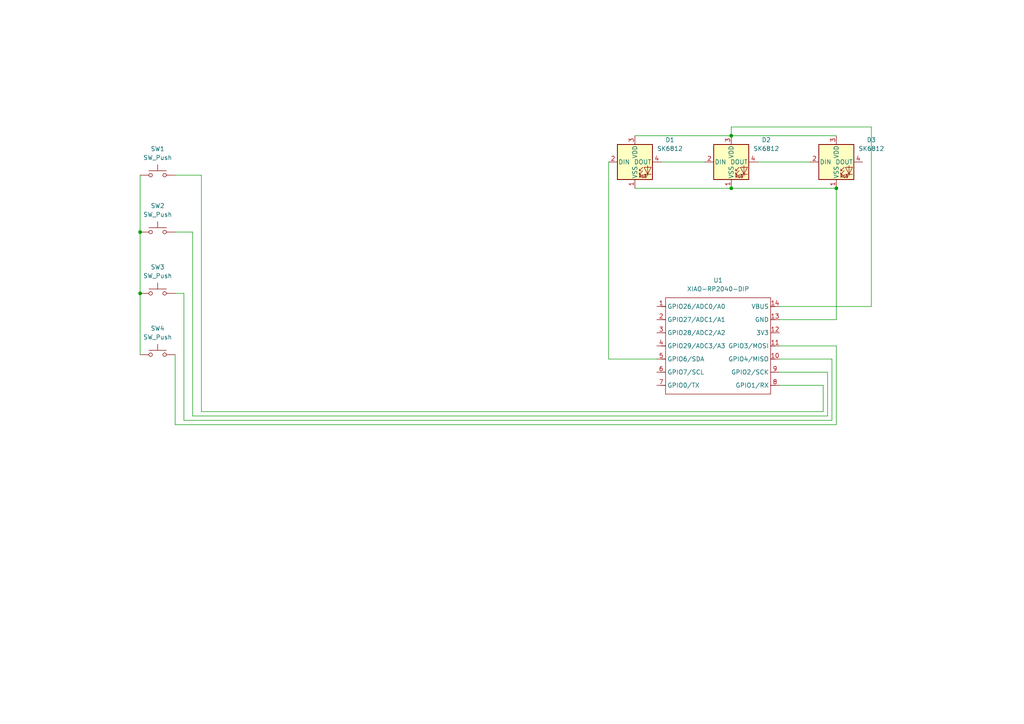
<source format=kicad_sch>
(kicad_sch
	(version 20250114)
	(generator "eeschema")
	(generator_version "9.0")
	(uuid "6be35190-8af3-464b-b098-1f060edcd2ee")
	(paper "A4")
	(lib_symbols
		(symbol "LED:SK6812"
			(pin_names
				(offset 0.254)
			)
			(exclude_from_sim no)
			(in_bom yes)
			(on_board yes)
			(property "Reference" "D"
				(at 5.08 5.715 0)
				(effects
					(font
						(size 1.27 1.27)
					)
					(justify right bottom)
				)
			)
			(property "Value" "SK6812"
				(at 1.27 -5.715 0)
				(effects
					(font
						(size 1.27 1.27)
					)
					(justify left top)
				)
			)
			(property "Footprint" "LED_SMD:LED_SK6812_PLCC4_5.0x5.0mm_P3.2mm"
				(at 1.27 -7.62 0)
				(effects
					(font
						(size 1.27 1.27)
					)
					(justify left top)
					(hide yes)
				)
			)
			(property "Datasheet" "https://cdn-shop.adafruit.com/product-files/1138/SK6812+LED+datasheet+.pdf"
				(at 2.54 -9.525 0)
				(effects
					(font
						(size 1.27 1.27)
					)
					(justify left top)
					(hide yes)
				)
			)
			(property "Description" "RGB LED with integrated controller"
				(at 0 0 0)
				(effects
					(font
						(size 1.27 1.27)
					)
					(hide yes)
				)
			)
			(property "ki_keywords" "RGB LED NeoPixel addressable"
				(at 0 0 0)
				(effects
					(font
						(size 1.27 1.27)
					)
					(hide yes)
				)
			)
			(property "ki_fp_filters" "LED*SK6812*PLCC*5.0x5.0mm*P3.2mm*"
				(at 0 0 0)
				(effects
					(font
						(size 1.27 1.27)
					)
					(hide yes)
				)
			)
			(symbol "SK6812_0_0"
				(text "RGB"
					(at 2.286 -4.191 0)
					(effects
						(font
							(size 0.762 0.762)
						)
					)
				)
			)
			(symbol "SK6812_0_1"
				(polyline
					(pts
						(xy 1.27 -2.54) (xy 1.778 -2.54)
					)
					(stroke
						(width 0)
						(type default)
					)
					(fill
						(type none)
					)
				)
				(polyline
					(pts
						(xy 1.27 -3.556) (xy 1.778 -3.556)
					)
					(stroke
						(width 0)
						(type default)
					)
					(fill
						(type none)
					)
				)
				(polyline
					(pts
						(xy 2.286 -1.524) (xy 1.27 -2.54) (xy 1.27 -2.032)
					)
					(stroke
						(width 0)
						(type default)
					)
					(fill
						(type none)
					)
				)
				(polyline
					(pts
						(xy 2.286 -2.54) (xy 1.27 -3.556) (xy 1.27 -3.048)
					)
					(stroke
						(width 0)
						(type default)
					)
					(fill
						(type none)
					)
				)
				(polyline
					(pts
						(xy 3.683 -1.016) (xy 3.683 -3.556) (xy 3.683 -4.064)
					)
					(stroke
						(width 0)
						(type default)
					)
					(fill
						(type none)
					)
				)
				(polyline
					(pts
						(xy 4.699 -1.524) (xy 2.667 -1.524) (xy 3.683 -3.556) (xy 4.699 -1.524)
					)
					(stroke
						(width 0)
						(type default)
					)
					(fill
						(type none)
					)
				)
				(polyline
					(pts
						(xy 4.699 -3.556) (xy 2.667 -3.556)
					)
					(stroke
						(width 0)
						(type default)
					)
					(fill
						(type none)
					)
				)
				(rectangle
					(start 5.08 5.08)
					(end -5.08 -5.08)
					(stroke
						(width 0.254)
						(type default)
					)
					(fill
						(type background)
					)
				)
			)
			(symbol "SK6812_1_1"
				(pin input line
					(at -7.62 0 0)
					(length 2.54)
					(name "DIN"
						(effects
							(font
								(size 1.27 1.27)
							)
						)
					)
					(number "2"
						(effects
							(font
								(size 1.27 1.27)
							)
						)
					)
				)
				(pin power_in line
					(at 0 7.62 270)
					(length 2.54)
					(name "VDD"
						(effects
							(font
								(size 1.27 1.27)
							)
						)
					)
					(number "3"
						(effects
							(font
								(size 1.27 1.27)
							)
						)
					)
				)
				(pin power_in line
					(at 0 -7.62 90)
					(length 2.54)
					(name "VSS"
						(effects
							(font
								(size 1.27 1.27)
							)
						)
					)
					(number "1"
						(effects
							(font
								(size 1.27 1.27)
							)
						)
					)
				)
				(pin output line
					(at 7.62 0 180)
					(length 2.54)
					(name "DOUT"
						(effects
							(font
								(size 1.27 1.27)
							)
						)
					)
					(number "4"
						(effects
							(font
								(size 1.27 1.27)
							)
						)
					)
				)
			)
			(embedded_fonts no)
		)
		(symbol "Seeed Studio XIAO:XIAO-RP2040-DIP"
			(exclude_from_sim no)
			(in_bom yes)
			(on_board yes)
			(property "Reference" "U"
				(at 0 0 0)
				(effects
					(font
						(size 1.27 1.27)
					)
				)
			)
			(property "Value" "XIAO-RP2040-DIP"
				(at 5.334 -1.778 0)
				(effects
					(font
						(size 1.27 1.27)
					)
				)
			)
			(property "Footprint" "Module:MOUDLE14P-XIAO-DIP-SMD"
				(at 14.478 -32.258 0)
				(effects
					(font
						(size 1.27 1.27)
					)
					(hide yes)
				)
			)
			(property "Datasheet" ""
				(at 0 0 0)
				(effects
					(font
						(size 1.27 1.27)
					)
					(hide yes)
				)
			)
			(property "Description" ""
				(at 0 0 0)
				(effects
					(font
						(size 1.27 1.27)
					)
					(hide yes)
				)
			)
			(symbol "XIAO-RP2040-DIP_1_0"
				(polyline
					(pts
						(xy -1.27 -2.54) (xy 29.21 -2.54)
					)
					(stroke
						(width 0.1524)
						(type solid)
					)
					(fill
						(type none)
					)
				)
				(polyline
					(pts
						(xy -1.27 -5.08) (xy -2.54 -5.08)
					)
					(stroke
						(width 0.1524)
						(type solid)
					)
					(fill
						(type none)
					)
				)
				(polyline
					(pts
						(xy -1.27 -5.08) (xy -1.27 -2.54)
					)
					(stroke
						(width 0.1524)
						(type solid)
					)
					(fill
						(type none)
					)
				)
				(polyline
					(pts
						(xy -1.27 -8.89) (xy -2.54 -8.89)
					)
					(stroke
						(width 0.1524)
						(type solid)
					)
					(fill
						(type none)
					)
				)
				(polyline
					(pts
						(xy -1.27 -8.89) (xy -1.27 -5.08)
					)
					(stroke
						(width 0.1524)
						(type solid)
					)
					(fill
						(type none)
					)
				)
				(polyline
					(pts
						(xy -1.27 -12.7) (xy -2.54 -12.7)
					)
					(stroke
						(width 0.1524)
						(type solid)
					)
					(fill
						(type none)
					)
				)
				(polyline
					(pts
						(xy -1.27 -12.7) (xy -1.27 -8.89)
					)
					(stroke
						(width 0.1524)
						(type solid)
					)
					(fill
						(type none)
					)
				)
				(polyline
					(pts
						(xy -1.27 -16.51) (xy -2.54 -16.51)
					)
					(stroke
						(width 0.1524)
						(type solid)
					)
					(fill
						(type none)
					)
				)
				(polyline
					(pts
						(xy -1.27 -16.51) (xy -1.27 -12.7)
					)
					(stroke
						(width 0.1524)
						(type solid)
					)
					(fill
						(type none)
					)
				)
				(polyline
					(pts
						(xy -1.27 -20.32) (xy -2.54 -20.32)
					)
					(stroke
						(width 0.1524)
						(type solid)
					)
					(fill
						(type none)
					)
				)
				(polyline
					(pts
						(xy -1.27 -24.13) (xy -2.54 -24.13)
					)
					(stroke
						(width 0.1524)
						(type solid)
					)
					(fill
						(type none)
					)
				)
				(polyline
					(pts
						(xy -1.27 -27.94) (xy -2.54 -27.94)
					)
					(stroke
						(width 0.1524)
						(type solid)
					)
					(fill
						(type none)
					)
				)
				(polyline
					(pts
						(xy -1.27 -30.48) (xy -1.27 -16.51)
					)
					(stroke
						(width 0.1524)
						(type solid)
					)
					(fill
						(type none)
					)
				)
				(polyline
					(pts
						(xy 29.21 -2.54) (xy 29.21 -5.08)
					)
					(stroke
						(width 0.1524)
						(type solid)
					)
					(fill
						(type none)
					)
				)
				(polyline
					(pts
						(xy 29.21 -5.08) (xy 29.21 -8.89)
					)
					(stroke
						(width 0.1524)
						(type solid)
					)
					(fill
						(type none)
					)
				)
				(polyline
					(pts
						(xy 29.21 -8.89) (xy 29.21 -12.7)
					)
					(stroke
						(width 0.1524)
						(type solid)
					)
					(fill
						(type none)
					)
				)
				(polyline
					(pts
						(xy 29.21 -12.7) (xy 29.21 -30.48)
					)
					(stroke
						(width 0.1524)
						(type solid)
					)
					(fill
						(type none)
					)
				)
				(polyline
					(pts
						(xy 29.21 -30.48) (xy -1.27 -30.48)
					)
					(stroke
						(width 0.1524)
						(type solid)
					)
					(fill
						(type none)
					)
				)
				(polyline
					(pts
						(xy 30.48 -5.08) (xy 29.21 -5.08)
					)
					(stroke
						(width 0.1524)
						(type solid)
					)
					(fill
						(type none)
					)
				)
				(polyline
					(pts
						(xy 30.48 -8.89) (xy 29.21 -8.89)
					)
					(stroke
						(width 0.1524)
						(type solid)
					)
					(fill
						(type none)
					)
				)
				(polyline
					(pts
						(xy 30.48 -12.7) (xy 29.21 -12.7)
					)
					(stroke
						(width 0.1524)
						(type solid)
					)
					(fill
						(type none)
					)
				)
				(polyline
					(pts
						(xy 30.48 -16.51) (xy 29.21 -16.51)
					)
					(stroke
						(width 0.1524)
						(type solid)
					)
					(fill
						(type none)
					)
				)
				(polyline
					(pts
						(xy 30.48 -20.32) (xy 29.21 -20.32)
					)
					(stroke
						(width 0.1524)
						(type solid)
					)
					(fill
						(type none)
					)
				)
				(polyline
					(pts
						(xy 30.48 -24.13) (xy 29.21 -24.13)
					)
					(stroke
						(width 0.1524)
						(type solid)
					)
					(fill
						(type none)
					)
				)
				(polyline
					(pts
						(xy 30.48 -27.94) (xy 29.21 -27.94)
					)
					(stroke
						(width 0.1524)
						(type solid)
					)
					(fill
						(type none)
					)
				)
				(pin passive line
					(at -3.81 -5.08 0)
					(length 2.54)
					(name "GPIO26/ADC0/A0"
						(effects
							(font
								(size 1.27 1.27)
							)
						)
					)
					(number "1"
						(effects
							(font
								(size 1.27 1.27)
							)
						)
					)
				)
				(pin passive line
					(at -3.81 -8.89 0)
					(length 2.54)
					(name "GPIO27/ADC1/A1"
						(effects
							(font
								(size 1.27 1.27)
							)
						)
					)
					(number "2"
						(effects
							(font
								(size 1.27 1.27)
							)
						)
					)
				)
				(pin passive line
					(at -3.81 -12.7 0)
					(length 2.54)
					(name "GPIO28/ADC2/A2"
						(effects
							(font
								(size 1.27 1.27)
							)
						)
					)
					(number "3"
						(effects
							(font
								(size 1.27 1.27)
							)
						)
					)
				)
				(pin passive line
					(at -3.81 -16.51 0)
					(length 2.54)
					(name "GPIO29/ADC3/A3"
						(effects
							(font
								(size 1.27 1.27)
							)
						)
					)
					(number "4"
						(effects
							(font
								(size 1.27 1.27)
							)
						)
					)
				)
				(pin passive line
					(at -3.81 -20.32 0)
					(length 2.54)
					(name "GPIO6/SDA"
						(effects
							(font
								(size 1.27 1.27)
							)
						)
					)
					(number "5"
						(effects
							(font
								(size 1.27 1.27)
							)
						)
					)
				)
				(pin passive line
					(at -3.81 -24.13 0)
					(length 2.54)
					(name "GPIO7/SCL"
						(effects
							(font
								(size 1.27 1.27)
							)
						)
					)
					(number "6"
						(effects
							(font
								(size 1.27 1.27)
							)
						)
					)
				)
				(pin passive line
					(at -3.81 -27.94 0)
					(length 2.54)
					(name "GPIO0/TX"
						(effects
							(font
								(size 1.27 1.27)
							)
						)
					)
					(number "7"
						(effects
							(font
								(size 1.27 1.27)
							)
						)
					)
				)
				(pin passive line
					(at 31.75 -5.08 180)
					(length 2.54)
					(name "VBUS"
						(effects
							(font
								(size 1.27 1.27)
							)
						)
					)
					(number "14"
						(effects
							(font
								(size 1.27 1.27)
							)
						)
					)
				)
				(pin passive line
					(at 31.75 -8.89 180)
					(length 2.54)
					(name "GND"
						(effects
							(font
								(size 1.27 1.27)
							)
						)
					)
					(number "13"
						(effects
							(font
								(size 1.27 1.27)
							)
						)
					)
				)
				(pin passive line
					(at 31.75 -12.7 180)
					(length 2.54)
					(name "3V3"
						(effects
							(font
								(size 1.27 1.27)
							)
						)
					)
					(number "12"
						(effects
							(font
								(size 1.27 1.27)
							)
						)
					)
				)
				(pin passive line
					(at 31.75 -16.51 180)
					(length 2.54)
					(name "GPIO3/MOSI"
						(effects
							(font
								(size 1.27 1.27)
							)
						)
					)
					(number "11"
						(effects
							(font
								(size 1.27 1.27)
							)
						)
					)
				)
				(pin passive line
					(at 31.75 -20.32 180)
					(length 2.54)
					(name "GPIO4/MISO"
						(effects
							(font
								(size 1.27 1.27)
							)
						)
					)
					(number "10"
						(effects
							(font
								(size 1.27 1.27)
							)
						)
					)
				)
				(pin passive line
					(at 31.75 -24.13 180)
					(length 2.54)
					(name "GPIO2/SCK"
						(effects
							(font
								(size 1.27 1.27)
							)
						)
					)
					(number "9"
						(effects
							(font
								(size 1.27 1.27)
							)
						)
					)
				)
				(pin passive line
					(at 31.75 -27.94 180)
					(length 2.54)
					(name "GPIO1/RX"
						(effects
							(font
								(size 1.27 1.27)
							)
						)
					)
					(number "8"
						(effects
							(font
								(size 1.27 1.27)
							)
						)
					)
				)
			)
			(embedded_fonts no)
		)
		(symbol "Switch:SW_Push"
			(pin_numbers
				(hide yes)
			)
			(pin_names
				(offset 1.016)
				(hide yes)
			)
			(exclude_from_sim no)
			(in_bom yes)
			(on_board yes)
			(property "Reference" "SW"
				(at 1.27 2.54 0)
				(effects
					(font
						(size 1.27 1.27)
					)
					(justify left)
				)
			)
			(property "Value" "SW_Push"
				(at 0 -1.524 0)
				(effects
					(font
						(size 1.27 1.27)
					)
				)
			)
			(property "Footprint" ""
				(at 0 5.08 0)
				(effects
					(font
						(size 1.27 1.27)
					)
					(hide yes)
				)
			)
			(property "Datasheet" "~"
				(at 0 5.08 0)
				(effects
					(font
						(size 1.27 1.27)
					)
					(hide yes)
				)
			)
			(property "Description" "Push button switch, generic, two pins"
				(at 0 0 0)
				(effects
					(font
						(size 1.27 1.27)
					)
					(hide yes)
				)
			)
			(property "ki_keywords" "switch normally-open pushbutton push-button"
				(at 0 0 0)
				(effects
					(font
						(size 1.27 1.27)
					)
					(hide yes)
				)
			)
			(symbol "SW_Push_0_1"
				(circle
					(center -2.032 0)
					(radius 0.508)
					(stroke
						(width 0)
						(type default)
					)
					(fill
						(type none)
					)
				)
				(polyline
					(pts
						(xy 0 1.27) (xy 0 3.048)
					)
					(stroke
						(width 0)
						(type default)
					)
					(fill
						(type none)
					)
				)
				(circle
					(center 2.032 0)
					(radius 0.508)
					(stroke
						(width 0)
						(type default)
					)
					(fill
						(type none)
					)
				)
				(polyline
					(pts
						(xy 2.54 1.27) (xy -2.54 1.27)
					)
					(stroke
						(width 0)
						(type default)
					)
					(fill
						(type none)
					)
				)
				(pin passive line
					(at -5.08 0 0)
					(length 2.54)
					(name "1"
						(effects
							(font
								(size 1.27 1.27)
							)
						)
					)
					(number "1"
						(effects
							(font
								(size 1.27 1.27)
							)
						)
					)
				)
				(pin passive line
					(at 5.08 0 180)
					(length 2.54)
					(name "2"
						(effects
							(font
								(size 1.27 1.27)
							)
						)
					)
					(number "2"
						(effects
							(font
								(size 1.27 1.27)
							)
						)
					)
				)
			)
			(embedded_fonts no)
		)
	)
	(junction
		(at 242.57 54.61)
		(diameter 0)
		(color 0 0 0 0)
		(uuid "50dd2e59-0d32-4039-8d92-1f1f7d040616")
	)
	(junction
		(at 40.64 85.09)
		(diameter 0)
		(color 0 0 0 0)
		(uuid "52d94f34-7e48-4c31-9ca5-d075c7948ea1")
	)
	(junction
		(at 40.64 67.31)
		(diameter 0)
		(color 0 0 0 0)
		(uuid "7d977ae0-4d55-447f-bb93-8356a4b5f5e3")
	)
	(junction
		(at 212.09 39.37)
		(diameter 0)
		(color 0 0 0 0)
		(uuid "b9c469a0-d08b-4735-9f67-1e1ebdb486d0")
	)
	(junction
		(at 212.09 54.61)
		(diameter 0)
		(color 0 0 0 0)
		(uuid "eccbea9c-2bc7-40d9-845f-b6d3cf6fa610")
	)
	(wire
		(pts
			(xy 40.64 50.8) (xy 40.64 67.31)
		)
		(stroke
			(width 0)
			(type default)
		)
		(uuid "02f7b181-cbcd-4a2b-bf01-c96447ff3564")
	)
	(wire
		(pts
			(xy 50.8 67.31) (xy 55.88 67.31)
		)
		(stroke
			(width 0)
			(type default)
		)
		(uuid "030218dd-20f4-4944-b631-c5071e08d64d")
	)
	(wire
		(pts
			(xy 55.88 120.65) (xy 240.03 120.65)
		)
		(stroke
			(width 0)
			(type default)
		)
		(uuid "08c283e4-b65a-40a8-8392-8c43736bff11")
	)
	(wire
		(pts
			(xy 50.8 85.09) (xy 53.34 85.09)
		)
		(stroke
			(width 0)
			(type default)
		)
		(uuid "13ce581a-cf5f-4098-9f17-c6ef5c7b0f8a")
	)
	(wire
		(pts
			(xy 252.73 88.9) (xy 226.06 88.9)
		)
		(stroke
			(width 0)
			(type default)
		)
		(uuid "17b5cfae-2808-4e42-a814-125eaabc8c3d")
	)
	(wire
		(pts
			(xy 212.09 39.37) (xy 212.09 36.83)
		)
		(stroke
			(width 0)
			(type default)
		)
		(uuid "20c267f1-aa01-4a87-8c85-b0c52808bda9")
	)
	(wire
		(pts
			(xy 40.64 85.09) (xy 40.64 102.87)
		)
		(stroke
			(width 0)
			(type default)
		)
		(uuid "2df01c73-939a-4493-834f-7d31606d4b67")
	)
	(wire
		(pts
			(xy 53.34 121.92) (xy 241.3 121.92)
		)
		(stroke
			(width 0)
			(type default)
		)
		(uuid "2e8984b0-0698-404b-b4cc-2e9a7f882141")
	)
	(wire
		(pts
			(xy 50.8 102.87) (xy 50.8 123.19)
		)
		(stroke
			(width 0)
			(type default)
		)
		(uuid "30f7a628-039f-41ff-8ac8-fda9a92e42c9")
	)
	(wire
		(pts
			(xy 252.73 36.83) (xy 252.73 88.9)
		)
		(stroke
			(width 0)
			(type default)
		)
		(uuid "365281cb-ee1b-44d3-b7d7-4bda5dcfb4f1")
	)
	(wire
		(pts
			(xy 50.8 123.19) (xy 242.57 123.19)
		)
		(stroke
			(width 0)
			(type default)
		)
		(uuid "3d374d2a-6db0-4900-b512-ce447fcac0ce")
	)
	(wire
		(pts
			(xy 55.88 67.31) (xy 55.88 120.65)
		)
		(stroke
			(width 0)
			(type default)
		)
		(uuid "44da3dbd-bce3-4ef2-9181-db0be731132b")
	)
	(wire
		(pts
			(xy 238.76 119.38) (xy 238.76 111.76)
		)
		(stroke
			(width 0)
			(type default)
		)
		(uuid "48953f24-9cf7-430d-ad4a-60cb8f16e1ae")
	)
	(wire
		(pts
			(xy 176.53 46.99) (xy 176.53 104.14)
		)
		(stroke
			(width 0)
			(type default)
		)
		(uuid "4b246c2f-b2f8-4e11-9a13-8de47505846e")
	)
	(wire
		(pts
			(xy 240.03 107.95) (xy 226.06 107.95)
		)
		(stroke
			(width 0)
			(type default)
		)
		(uuid "537b0b9d-7cf5-4b91-9bb6-a341688d4482")
	)
	(wire
		(pts
			(xy 53.34 85.09) (xy 53.34 121.92)
		)
		(stroke
			(width 0)
			(type default)
		)
		(uuid "57b66182-677d-4605-b8ce-47b6324ab948")
	)
	(wire
		(pts
			(xy 212.09 36.83) (xy 252.73 36.83)
		)
		(stroke
			(width 0)
			(type default)
		)
		(uuid "5bcb4d93-fdd9-477e-b595-071b5b0ad290")
	)
	(wire
		(pts
			(xy 58.42 50.8) (xy 58.42 119.38)
		)
		(stroke
			(width 0)
			(type default)
		)
		(uuid "5d4e3b97-c846-43d7-b519-f75eed95c843")
	)
	(wire
		(pts
			(xy 242.57 123.19) (xy 242.57 100.33)
		)
		(stroke
			(width 0)
			(type default)
		)
		(uuid "705bf33b-0943-43ef-8ee3-c7d5e140750d")
	)
	(wire
		(pts
			(xy 184.15 54.61) (xy 212.09 54.61)
		)
		(stroke
			(width 0)
			(type default)
		)
		(uuid "8bc41f82-f14c-49b6-9ab5-6a2dcf1daeba")
	)
	(wire
		(pts
			(xy 191.77 46.99) (xy 204.47 46.99)
		)
		(stroke
			(width 0)
			(type default)
		)
		(uuid "8bdf493f-b0be-474f-b479-c1942b046a70")
	)
	(wire
		(pts
			(xy 242.57 54.61) (xy 242.57 92.71)
		)
		(stroke
			(width 0)
			(type default)
		)
		(uuid "8d724d37-82cf-49ce-be8d-07f27bff0bc3")
	)
	(wire
		(pts
			(xy 50.8 50.8) (xy 58.42 50.8)
		)
		(stroke
			(width 0)
			(type default)
		)
		(uuid "986073a0-c8d7-4579-b52d-aea1c6522eb9")
	)
	(wire
		(pts
			(xy 176.53 104.14) (xy 190.5 104.14)
		)
		(stroke
			(width 0)
			(type default)
		)
		(uuid "989f14a3-72fe-4e87-8333-206de4966b6c")
	)
	(wire
		(pts
			(xy 242.57 100.33) (xy 226.06 100.33)
		)
		(stroke
			(width 0)
			(type default)
		)
		(uuid "a0c72e71-234b-4379-88a5-e405bfbc07d9")
	)
	(wire
		(pts
			(xy 40.64 67.31) (xy 40.64 85.09)
		)
		(stroke
			(width 0)
			(type default)
		)
		(uuid "aa7a66c3-02ed-41bf-9baa-a46c27646e9d")
	)
	(wire
		(pts
			(xy 241.3 121.92) (xy 241.3 104.14)
		)
		(stroke
			(width 0)
			(type default)
		)
		(uuid "ad016505-9c52-42d4-8024-cff3ab8baca6")
	)
	(wire
		(pts
			(xy 184.15 39.37) (xy 212.09 39.37)
		)
		(stroke
			(width 0)
			(type default)
		)
		(uuid "b650ccc3-2c62-4c96-97a8-ec8a0901fc07")
	)
	(wire
		(pts
			(xy 242.57 92.71) (xy 226.06 92.71)
		)
		(stroke
			(width 0)
			(type default)
		)
		(uuid "bcc15a3e-ee0e-4b10-9250-d66d0c572511")
	)
	(wire
		(pts
			(xy 226.06 104.14) (xy 241.3 104.14)
		)
		(stroke
			(width 0)
			(type default)
		)
		(uuid "bef0783f-c8c1-42e1-a23e-d7a94a9adf47")
	)
	(wire
		(pts
			(xy 58.42 119.38) (xy 238.76 119.38)
		)
		(stroke
			(width 0)
			(type default)
		)
		(uuid "bfaccaf4-0a77-4b0d-bacd-570b604747ce")
	)
	(wire
		(pts
			(xy 219.71 46.99) (xy 234.95 46.99)
		)
		(stroke
			(width 0)
			(type default)
		)
		(uuid "c578df22-9a52-471a-83a1-476ea31cc698")
	)
	(wire
		(pts
			(xy 238.76 111.76) (xy 226.06 111.76)
		)
		(stroke
			(width 0)
			(type default)
		)
		(uuid "c6afd45c-56c0-4083-8328-5b4111ab610c")
	)
	(wire
		(pts
			(xy 212.09 54.61) (xy 242.57 54.61)
		)
		(stroke
			(width 0)
			(type default)
		)
		(uuid "cc4d8c86-0f09-4339-9ed1-a9338e3d65bd")
	)
	(wire
		(pts
			(xy 240.03 120.65) (xy 240.03 107.95)
		)
		(stroke
			(width 0)
			(type default)
		)
		(uuid "cfadc0c7-2a5f-4a6e-8127-eef696a405d9")
	)
	(wire
		(pts
			(xy 212.09 39.37) (xy 242.57 39.37)
		)
		(stroke
			(width 0)
			(type default)
		)
		(uuid "e9e68b42-65b5-4e22-8e61-3b9c0f04e8a7")
	)
	(symbol
		(lib_id "Seeed Studio XIAO:XIAO-RP2040-DIP")
		(at 194.31 83.82 0)
		(unit 1)
		(exclude_from_sim no)
		(in_bom yes)
		(on_board yes)
		(dnp no)
		(fields_autoplaced yes)
		(uuid "0b56da83-491a-49a1-b4e8-4651e7a8105f")
		(property "Reference" "U1"
			(at 208.28 81.28 0)
			(effects
				(font
					(size 1.27 1.27)
				)
			)
		)
		(property "Value" "XIAO-RP2040-DIP"
			(at 208.28 83.82 0)
			(effects
				(font
					(size 1.27 1.27)
				)
			)
		)
		(property "Footprint" "Seeed Studio XIAO:XIAO-RP2040-DIP"
			(at 208.788 116.078 0)
			(effects
				(font
					(size 1.27 1.27)
				)
				(hide yes)
			)
		)
		(property "Datasheet" ""
			(at 194.31 83.82 0)
			(effects
				(font
					(size 1.27 1.27)
				)
				(hide yes)
			)
		)
		(property "Description" ""
			(at 194.31 83.82 0)
			(effects
				(font
					(size 1.27 1.27)
				)
				(hide yes)
			)
		)
		(pin "1"
			(uuid "9eb2f56f-98a9-4cc1-9e59-d1e4b43c1f79")
		)
		(pin "4"
			(uuid "8b48a057-cb82-414e-adc8-d938a6b2539c")
		)
		(pin "8"
			(uuid "2aeb2a5f-7c8e-4581-93ca-d8ef99021893")
		)
		(pin "3"
			(uuid "f11213d6-31ed-48fc-a601-d4f54c4ac8d3")
		)
		(pin "6"
			(uuid "08580fec-dba3-4c0d-b537-afcb8135dd2c")
		)
		(pin "5"
			(uuid "0cda5caa-3520-4a0f-81b0-3b756622afaf")
		)
		(pin "14"
			(uuid "6405cd8a-65e5-493b-93ca-ff23481e8555")
		)
		(pin "9"
			(uuid "c6c9cfde-9357-4bd6-ba1e-d5a6a51c4b55")
		)
		(pin "7"
			(uuid "47c7e115-6f92-4440-8c4d-23734deded62")
		)
		(pin "13"
			(uuid "381c9639-2ce3-4d20-a446-4a8460affec9")
		)
		(pin "12"
			(uuid "a9ce4d71-ad4d-4ccd-860b-7095088f0781")
		)
		(pin "10"
			(uuid "8a6ef44c-de02-4a2e-a455-0e1ff6dcd4de")
		)
		(pin "2"
			(uuid "103612c3-1922-4d31-9661-864fe2ff2b8c")
		)
		(pin "11"
			(uuid "dc0728e2-75e7-4f6e-9bf4-7ea64cdea408")
		)
		(instances
			(project ""
				(path "/6be35190-8af3-464b-b098-1f060edcd2ee"
					(reference "U1")
					(unit 1)
				)
			)
		)
	)
	(symbol
		(lib_id "LED:SK6812")
		(at 242.57 46.99 0)
		(unit 1)
		(exclude_from_sim no)
		(in_bom yes)
		(on_board yes)
		(dnp no)
		(fields_autoplaced yes)
		(uuid "0ca7413c-4ea1-4df6-a180-40271e919a6f")
		(property "Reference" "D3"
			(at 252.73 40.5698 0)
			(effects
				(font
					(size 1.27 1.27)
				)
			)
		)
		(property "Value" "SK6812"
			(at 252.73 43.1098 0)
			(effects
				(font
					(size 1.27 1.27)
				)
			)
		)
		(property "Footprint" "LED_SMD:LED_SK6812MINI_PLCC4_3.5x3.5mm_P1.75mm"
			(at 243.84 54.61 0)
			(effects
				(font
					(size 1.27 1.27)
				)
				(justify left top)
				(hide yes)
			)
		)
		(property "Datasheet" "https://cdn-shop.adafruit.com/product-files/1138/SK6812+LED+datasheet+.pdf"
			(at 245.11 56.515 0)
			(effects
				(font
					(size 1.27 1.27)
				)
				(justify left top)
				(hide yes)
			)
		)
		(property "Description" "RGB LED with integrated controller"
			(at 242.57 46.99 0)
			(effects
				(font
					(size 1.27 1.27)
				)
				(hide yes)
			)
		)
		(pin "1"
			(uuid "cb1711f7-dcfa-4585-8602-853758988bd6")
		)
		(pin "3"
			(uuid "20a37fad-1e2c-4660-9575-bb8cb9b9913d")
		)
		(pin "4"
			(uuid "65730a4b-e576-47de-bc97-bcdca538ea4b")
		)
		(pin "2"
			(uuid "251949c3-faab-4f84-bcc2-cb45b81d02ec")
		)
		(instances
			(project ""
				(path "/6be35190-8af3-464b-b098-1f060edcd2ee"
					(reference "D3")
					(unit 1)
				)
			)
		)
	)
	(symbol
		(lib_id "LED:SK6812")
		(at 212.09 46.99 0)
		(unit 1)
		(exclude_from_sim no)
		(in_bom yes)
		(on_board yes)
		(dnp no)
		(fields_autoplaced yes)
		(uuid "145f5d2a-194d-4c69-84f7-17410d59090c")
		(property "Reference" "D2"
			(at 222.25 40.5698 0)
			(effects
				(font
					(size 1.27 1.27)
				)
			)
		)
		(property "Value" "SK6812"
			(at 222.25 43.1098 0)
			(effects
				(font
					(size 1.27 1.27)
				)
			)
		)
		(property "Footprint" "LED_SMD:LED_SK6812MINI_PLCC4_3.5x3.5mm_P1.75mm"
			(at 213.36 54.61 0)
			(effects
				(font
					(size 1.27 1.27)
				)
				(justify left top)
				(hide yes)
			)
		)
		(property "Datasheet" "https://cdn-shop.adafruit.com/product-files/1138/SK6812+LED+datasheet+.pdf"
			(at 214.63 56.515 0)
			(effects
				(font
					(size 1.27 1.27)
				)
				(justify left top)
				(hide yes)
			)
		)
		(property "Description" "RGB LED with integrated controller"
			(at 212.09 46.99 0)
			(effects
				(font
					(size 1.27 1.27)
				)
				(hide yes)
			)
		)
		(pin "1"
			(uuid "cb1711f7-dcfa-4585-8602-853758988bd7")
		)
		(pin "3"
			(uuid "20a37fad-1e2c-4660-9575-bb8cb9b9913e")
		)
		(pin "4"
			(uuid "65730a4b-e576-47de-bc97-bcdca538ea4c")
		)
		(pin "2"
			(uuid "251949c3-faab-4f84-bcc2-cb45b81d02ed")
		)
		(instances
			(project ""
				(path "/6be35190-8af3-464b-b098-1f060edcd2ee"
					(reference "D2")
					(unit 1)
				)
			)
		)
	)
	(symbol
		(lib_id "Switch:SW_Push")
		(at 45.72 50.8 0)
		(unit 1)
		(exclude_from_sim no)
		(in_bom yes)
		(on_board yes)
		(dnp no)
		(fields_autoplaced yes)
		(uuid "17b0841d-6067-4226-a011-17ac74d9d05a")
		(property "Reference" "SW1"
			(at 45.72 43.18 0)
			(effects
				(font
					(size 1.27 1.27)
				)
			)
		)
		(property "Value" "SW_Push"
			(at 45.72 45.72 0)
			(effects
				(font
					(size 1.27 1.27)
				)
			)
		)
		(property "Footprint" "Button_Switch_Keyboard:SW_Cherry_MX_1.00u_PCB"
			(at 45.72 45.72 0)
			(effects
				(font
					(size 1.27 1.27)
				)
				(hide yes)
			)
		)
		(property "Datasheet" "~"
			(at 45.72 45.72 0)
			(effects
				(font
					(size 1.27 1.27)
				)
				(hide yes)
			)
		)
		(property "Description" "Push button switch, generic, two pins"
			(at 45.72 50.8 0)
			(effects
				(font
					(size 1.27 1.27)
				)
				(hide yes)
			)
		)
		(pin "2"
			(uuid "73c2440a-483a-4512-9851-b0c911c2fa03")
		)
		(pin "1"
			(uuid "fe8a8dda-1d2c-4554-85f3-2fc24c4ff2a3")
		)
		(instances
			(project ""
				(path "/6be35190-8af3-464b-b098-1f060edcd2ee"
					(reference "SW1")
					(unit 1)
				)
			)
		)
	)
	(symbol
		(lib_id "Switch:SW_Push")
		(at 45.72 102.87 0)
		(unit 1)
		(exclude_from_sim no)
		(in_bom yes)
		(on_board yes)
		(dnp no)
		(fields_autoplaced yes)
		(uuid "2f5b20cd-2cbe-4443-a6ef-1c6bc1e31080")
		(property "Reference" "SW4"
			(at 45.72 95.25 0)
			(effects
				(font
					(size 1.27 1.27)
				)
			)
		)
		(property "Value" "SW_Push"
			(at 45.72 97.79 0)
			(effects
				(font
					(size 1.27 1.27)
				)
			)
		)
		(property "Footprint" "Button_Switch_Keyboard:SW_Cherry_MX_1.00u_PCB"
			(at 45.72 97.79 0)
			(effects
				(font
					(size 1.27 1.27)
				)
				(hide yes)
			)
		)
		(property "Datasheet" "~"
			(at 45.72 97.79 0)
			(effects
				(font
					(size 1.27 1.27)
				)
				(hide yes)
			)
		)
		(property "Description" "Push button switch, generic, two pins"
			(at 45.72 102.87 0)
			(effects
				(font
					(size 1.27 1.27)
				)
				(hide yes)
			)
		)
		(pin "2"
			(uuid "73c2440a-483a-4512-9851-b0c911c2fa04")
		)
		(pin "1"
			(uuid "fe8a8dda-1d2c-4554-85f3-2fc24c4ff2a4")
		)
		(instances
			(project ""
				(path "/6be35190-8af3-464b-b098-1f060edcd2ee"
					(reference "SW4")
					(unit 1)
				)
			)
		)
	)
	(symbol
		(lib_id "LED:SK6812")
		(at 184.15 46.99 0)
		(unit 1)
		(exclude_from_sim no)
		(in_bom yes)
		(on_board yes)
		(dnp no)
		(fields_autoplaced yes)
		(uuid "9c0466fa-3ec4-4031-ba79-d61bea09aca1")
		(property "Reference" "D1"
			(at 194.31 40.5698 0)
			(effects
				(font
					(size 1.27 1.27)
				)
			)
		)
		(property "Value" "SK6812"
			(at 194.31 43.1098 0)
			(effects
				(font
					(size 1.27 1.27)
				)
			)
		)
		(property "Footprint" "LED_SMD:LED_SK6812MINI_PLCC4_3.5x3.5mm_P1.75mm"
			(at 185.42 54.61 0)
			(effects
				(font
					(size 1.27 1.27)
				)
				(justify left top)
				(hide yes)
			)
		)
		(property "Datasheet" "https://cdn-shop.adafruit.com/product-files/1138/SK6812+LED+datasheet+.pdf"
			(at 186.69 56.515 0)
			(effects
				(font
					(size 1.27 1.27)
				)
				(justify left top)
				(hide yes)
			)
		)
		(property "Description" "RGB LED with integrated controller"
			(at 184.15 46.99 0)
			(effects
				(font
					(size 1.27 1.27)
				)
				(hide yes)
			)
		)
		(pin "1"
			(uuid "cb1711f7-dcfa-4585-8602-853758988bd8")
		)
		(pin "3"
			(uuid "20a37fad-1e2c-4660-9575-bb8cb9b9913f")
		)
		(pin "4"
			(uuid "65730a4b-e576-47de-bc97-bcdca538ea4d")
		)
		(pin "2"
			(uuid "251949c3-faab-4f84-bcc2-cb45b81d02ee")
		)
		(instances
			(project ""
				(path "/6be35190-8af3-464b-b098-1f060edcd2ee"
					(reference "D1")
					(unit 1)
				)
			)
		)
	)
	(symbol
		(lib_id "Switch:SW_Push")
		(at 45.72 67.31 0)
		(unit 1)
		(exclude_from_sim no)
		(in_bom yes)
		(on_board yes)
		(dnp no)
		(fields_autoplaced yes)
		(uuid "b8740342-520e-47f2-8910-945628712208")
		(property "Reference" "SW2"
			(at 45.72 59.69 0)
			(effects
				(font
					(size 1.27 1.27)
				)
			)
		)
		(property "Value" "SW_Push"
			(at 45.72 62.23 0)
			(effects
				(font
					(size 1.27 1.27)
				)
			)
		)
		(property "Footprint" "Button_Switch_Keyboard:SW_Cherry_MX_1.00u_PCB"
			(at 45.72 62.23 0)
			(effects
				(font
					(size 1.27 1.27)
				)
				(hide yes)
			)
		)
		(property "Datasheet" "~"
			(at 45.72 62.23 0)
			(effects
				(font
					(size 1.27 1.27)
				)
				(hide yes)
			)
		)
		(property "Description" "Push button switch, generic, two pins"
			(at 45.72 67.31 0)
			(effects
				(font
					(size 1.27 1.27)
				)
				(hide yes)
			)
		)
		(pin "2"
			(uuid "73c2440a-483a-4512-9851-b0c911c2fa05")
		)
		(pin "1"
			(uuid "fe8a8dda-1d2c-4554-85f3-2fc24c4ff2a5")
		)
		(instances
			(project ""
				(path "/6be35190-8af3-464b-b098-1f060edcd2ee"
					(reference "SW2")
					(unit 1)
				)
			)
		)
	)
	(symbol
		(lib_id "Switch:SW_Push")
		(at 45.72 85.09 0)
		(unit 1)
		(exclude_from_sim no)
		(in_bom yes)
		(on_board yes)
		(dnp no)
		(fields_autoplaced yes)
		(uuid "e97c6735-e47d-4fd6-a8d1-973d1c8f68aa")
		(property "Reference" "SW3"
			(at 45.72 77.47 0)
			(effects
				(font
					(size 1.27 1.27)
				)
			)
		)
		(property "Value" "SW_Push"
			(at 45.72 80.01 0)
			(effects
				(font
					(size 1.27 1.27)
				)
			)
		)
		(property "Footprint" "Button_Switch_Keyboard:SW_Cherry_MX_1.00u_PCB"
			(at 45.72 80.01 0)
			(effects
				(font
					(size 1.27 1.27)
				)
				(hide yes)
			)
		)
		(property "Datasheet" "~"
			(at 45.72 80.01 0)
			(effects
				(font
					(size 1.27 1.27)
				)
				(hide yes)
			)
		)
		(property "Description" "Push button switch, generic, two pins"
			(at 45.72 85.09 0)
			(effects
				(font
					(size 1.27 1.27)
				)
				(hide yes)
			)
		)
		(pin "2"
			(uuid "73c2440a-483a-4512-9851-b0c911c2fa06")
		)
		(pin "1"
			(uuid "fe8a8dda-1d2c-4554-85f3-2fc24c4ff2a6")
		)
		(instances
			(project ""
				(path "/6be35190-8af3-464b-b098-1f060edcd2ee"
					(reference "SW3")
					(unit 1)
				)
			)
		)
	)
	(sheet_instances
		(path "/"
			(page "1")
		)
	)
	(embedded_fonts no)
)

</source>
